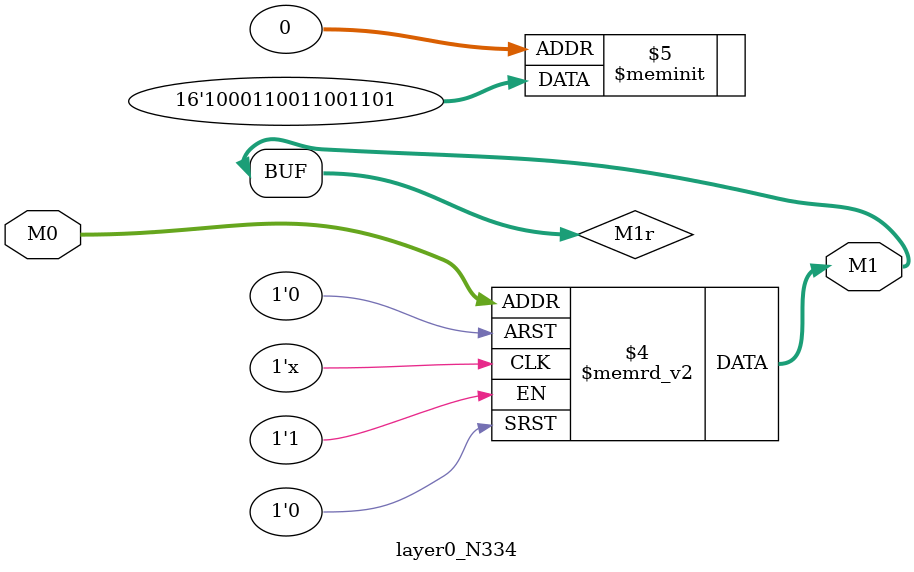
<source format=v>
module layer0_N334 ( input [2:0] M0, output [1:0] M1 );

	(*rom_style = "distributed" *) reg [1:0] M1r;
	assign M1 = M1r;
	always @ (M0) begin
		case (M0)
			3'b000: M1r = 2'b01;
			3'b100: M1r = 2'b00;
			3'b010: M1r = 2'b00;
			3'b110: M1r = 2'b00;
			3'b001: M1r = 2'b11;
			3'b101: M1r = 2'b11;
			3'b011: M1r = 2'b11;
			3'b111: M1r = 2'b10;

		endcase
	end
endmodule

</source>
